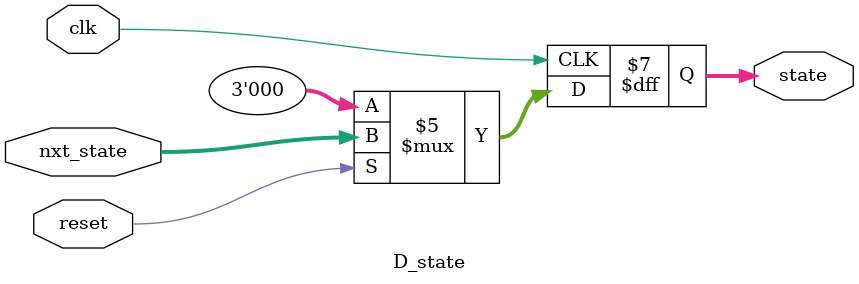
<source format=v>
`timescale 1ns / 1ps


module D_state(
    input clk,
    input reset,
    input [2:0] nxt_state,
    output reg [2:0] state
);

initial begin
    state=3'b000;
end

always @(posedge clk)begin
    if(!reset)state<=3'b000;
    else state<=nxt_state;
end

endmodule

</source>
